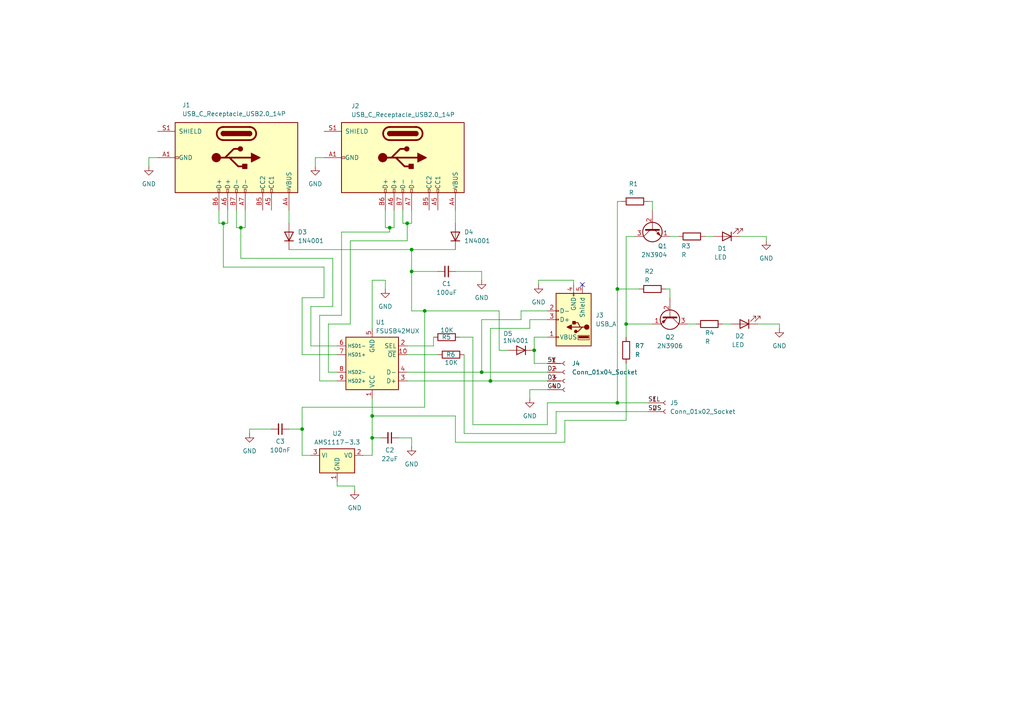
<source format=kicad_sch>
(kicad_sch (version 20231120) (generator "eeschema") (generator_version "8.0")
  (paper "A4")
  (lib_symbols
    (symbol "Connector:Conn_01x02_Socket" (pin_names (offset 1.016) hide)
      (property "Reference" "J" (at 0 2.54 0))
      (property "Value" "Conn_01x02_Socket" (at 0 -5.08 0))
      (symbol "Conn_01x02_Socket_1_1"
        (arc (start 0 -2.032) (mid -0.5058 -2.54) (end 0 -3.048) (stroke (width 0.1524)))
        (polyline (pts (xy -1.27 -2.54) (xy -0.508 -2.54)) (stroke (width 0.1524)))
        (polyline (pts (xy -1.27 0) (xy -0.508 0)) (stroke (width 0.1524)))
        (arc (start 0 0.508) (mid -0.5058 0) (end 0 -0.508) (stroke (width 0.1524)))
        (pin passive line (at -5.08 0 0) (length 3.81) (name "Pin_1") (number "1"))
        (pin passive line (at -5.08 -2.54 0) (length 3.81) (name "Pin_2") (number "2"))
      )
    )
    (symbol "Connector:Conn_01x04_Socket" (pin_names (offset 1.016) hide)
      (property "Reference" "J" (at 0 5.08 0))
      (property "Value" "Conn_01x04_Socket" (at 0 -7.62 0))
      (symbol "Conn_01x04_Socket_1_1"
        (arc (start 0 -4.572) (mid -0.5058 -5.08) (end 0 -5.588) (stroke (width 0.1524)))
        (arc (start 0 -2.032) (mid -0.5058 -2.54) (end 0 -3.048) (stroke (width 0.1524)))
        (polyline (pts (xy -1.27 -5.08) (xy -0.508 -5.08)) (stroke (width 0.1524)))
        (polyline (pts (xy -1.27 -2.54) (xy -0.508 -2.54)) (stroke (width 0.1524)))
        (polyline (pts (xy -1.27 0) (xy -0.508 0)) (stroke (width 0.1524)))
        (polyline (pts (xy -1.27 2.54) (xy -0.508 2.54)) (stroke (width 0.1524)))
        (arc (start 0 0.508) (mid -0.5058 0) (end 0 -0.508) (stroke (width 0.1524)))
        (arc (start 0 3.048) (mid -0.5058 2.54) (end 0 2.032) (stroke (width 0.1524)))
        (pin passive line (at -5.08 2.54 0) (length 3.81) (name "Pin_1") (number "1"))
        (pin passive line (at -5.08 0 0) (length 3.81) (name "Pin_2") (number "2"))
        (pin passive line (at -5.08 -2.54 0) (length 3.81) (name "Pin_3") (number "3"))
        (pin passive line (at -5.08 -5.08 0) (length 3.81) (name "Pin_4") (number "4"))
      )
    )
    (symbol "Connector:USB_A" (pin_names (offset 1.016))
      (property "Reference" "J" (at -5.08 11.43 0))
      (property "Value" "USB_A" (at -5.08 8.89 0))
      (symbol "USB_A_0_1"
        (rectangle (start -5.08 -7.62) (end 5.08 7.62) (stroke (width 0.254)) (fill (type background)))
        (circle (center -3.81 2.159) (radius 0.635) (stroke (width 0.254)) (fill (type outline)))
        (rectangle (start -1.524 4.826) (end -4.318 5.334) (fill (type outline)))
        (rectangle (start -1.27 4.572) (end -4.572 5.842))
        (circle (center -0.635 3.429) (radius 0.381) (stroke (width 0.254)) (fill (type outline)))
        (rectangle (start -0.127 -7.62) (end 0.127 -6.858))
        (polyline (pts (xy -3.175 2.159) (xy -2.54 2.159) (xy -1.27 3.429) (xy -0.635 3.429)) (stroke (width 0.254)))
        (polyline (pts (xy -2.54 2.159) (xy -1.905 2.159) (xy -1.27 0.889) (xy 0 0.889)) (stroke (width 0.254)))
        (polyline (pts (xy 0.635 2.794) (xy 0.635 1.524) (xy 1.905 2.159) (xy 0.635 2.794)) (stroke (width 0.254)) (fill (type outline)))
        (rectangle (start 0.254 1.27) (end -0.508 0.508) (stroke (width 0.254)) (fill (type outline)))
        (rectangle (start 5.08 -2.667) (end 4.318 -2.413))
        (rectangle (start 5.08 -0.127) (end 4.318 0.127))
        (rectangle (start 5.08 4.953) (end 4.318 5.207))
      )
      (symbol "USB_A_1_1"
        (polyline (pts (xy -1.905 2.159) (xy 0.635 2.159)) (stroke (width 0.254)))
        (pin power_in line (at 7.62 5.08 180) (length 2.54) (name "VBUS") (number "1"))
        (pin bidirectional line (at 7.62 -2.54 180) (length 2.54) (name "D-") (number "2"))
        (pin bidirectional line (at 7.62 0 180) (length 2.54) (name "D+") (number "3"))
        (pin power_in line (at 0 -10.16 90) (length 2.54) (name "GND") (number "4"))
        (pin passive line (at -2.54 -10.16 90) (length 2.54) (name "Shield") (number "5"))
      )
    )
    (symbol "Connector:USB_C_Receptacle_USB2.0_14P" (pin_names (offset 1.016))
      (property "Reference" "J" (at 0 22.225 0))
      (property "Value" "USB_C_Receptacle_USB2.0_14P" (at 0 19.685 0))
      (symbol "USB_C_Receptacle_USB2.0_14P_0_0"
        (rectangle (start -0.254 -17.78) (end 0.254 -16.764))
        (rectangle (start 10.16 -4.826) (end 9.144 -5.334))
        (rectangle (start 10.16 -2.286) (end 9.144 -2.794))
        (rectangle (start 10.16 0.254) (end 9.144 -0.254))
        (rectangle (start 10.16 2.794) (end 9.144 2.286))
        (rectangle (start 10.16 7.874) (end 9.144 7.366))
        (rectangle (start 10.16 10.414) (end 9.144 9.906))
        (rectangle (start 10.16 15.494) (end 9.144 14.986))
      )
      (symbol "USB_C_Receptacle_USB2.0_14P_0_1"
        (rectangle (start -10.16 17.78) (end 10.16 -17.78) (stroke (width 0.254)) (fill (type background)))
        (arc (start -8.89 -3.81) (mid -6.985 -5.7067) (end -5.08 -3.81) (stroke (width 0.508)))
        (arc (start -7.62 -3.81) (mid -6.985 -4.4423) (end -6.35 -3.81) (stroke (width 0.254)))
        (arc (start -7.62 -3.81) (mid -6.985 -4.4423) (end -6.35 -3.81) (stroke (width 0.254)) (fill (type outline)))
        (rectangle (start -7.62 -3.81) (end -6.35 3.81) (stroke (width 0.254)) (fill (type outline)))
        (arc (start -6.35 3.81) (mid -6.985 4.4423) (end -7.62 3.81) (stroke (width 0.254)))
        (arc (start -6.35 3.81) (mid -6.985 4.4423) (end -7.62 3.81) (stroke (width 0.254)) (fill (type outline)))
        (arc (start -5.08 3.81) (mid -6.985 5.7067) (end -8.89 3.81) (stroke (width 0.508)))
        (circle (center -2.54 1.143) (radius 0.635) (stroke (width 0.254)) (fill (type outline)))
        (circle (center 0 -5.842) (radius 1.27) (fill (type outline)))
        (polyline (pts (xy -8.89 -3.81) (xy -8.89 3.81)) (stroke (width 0.508)))
        (polyline (pts (xy -5.08 3.81) (xy -5.08 -3.81)) (stroke (width 0.508)))
        (polyline (pts (xy 0 -5.842) (xy 0 4.318)) (stroke (width 0.508)))
        (polyline (pts (xy 0 -3.302) (xy -2.54 -0.762) (xy -2.54 0.508)) (stroke (width 0.508)))
        (polyline (pts (xy 0 -2.032) (xy 2.54 0.508) (xy 2.54 1.778)) (stroke (width 0.508)))
        (polyline (pts (xy -1.27 4.318) (xy 0 6.858) (xy 1.27 4.318) (xy -1.27 4.318)) (stroke (width 0.254)) (fill (type outline)))
        (rectangle (start 1.905 1.778) (end 3.175 3.048) (stroke (width 0.254)) (fill (type outline)))
      )
      (symbol "USB_C_Receptacle_USB2.0_14P_1_1"
        (pin passive line (at 0 -22.86 90) (length 5.08) (name "GND") (number "A1"))
        (pin passive line (at 0 -22.86 90) (length 5.08) hide (name "GND") (number "A12"))
        (pin passive line (at 15.24 15.24 180) (length 5.08) (name "VBUS") (number "A4"))
        (pin bidirectional line (at 15.24 10.16 180) (length 5.08) (name "CC1") (number "A5"))
        (pin bidirectional line (at 15.24 -2.54 180) (length 5.08) (name "D+") (number "A6"))
        (pin bidirectional line (at 15.24 2.54 180) (length 5.08) (name "D-") (number "A7"))
        (pin passive line (at 15.24 15.24 180) (length 5.08) hide (name "VBUS") (number "A9"))
        (pin passive line (at 0 -22.86 90) (length 5.08) hide (name "GND") (number "B1"))
        (pin passive line (at 0 -22.86 90) (length 5.08) hide (name "GND") (number "B12"))
        (pin passive line (at 15.24 15.24 180) (length 5.08) hide (name "VBUS") (number "B4"))
        (pin bidirectional line (at 15.24 7.62 180) (length 5.08) (name "CC2") (number "B5"))
        (pin bidirectional line (at 15.24 -5.08 180) (length 5.08) (name "D+") (number "B6"))
        (pin bidirectional line (at 15.24 0 180) (length 5.08) (name "D-") (number "B7"))
        (pin passive line (at 15.24 15.24 180) (length 5.08) hide (name "VBUS") (number "B9"))
        (pin passive line (at -7.62 -22.86 90) (length 5.08) (name "SHIELD") (number "S1"))
      )
    )
    (symbol "Device:C_Small" (pin_numbers hide) (pin_names (offset 0.254) hide)
      (property "Reference" "C" (at 0.254 1.778 0))
      (property "Value" "C_Small" (at 0.254 -2.032 0))
      (symbol "C_Small_0_1"
        (polyline (pts (xy -1.524 -0.508) (xy 1.524 -0.508)) (stroke (width 0.3302)))
        (polyline (pts (xy -1.524 0.508) (xy 1.524 0.508)) (stroke (width 0.3048)))
      )
      (symbol "C_Small_1_1"
        (pin passive line (at 0 2.54 270) (length 2.032) (name "~") (number "1"))
        (pin passive line (at 0 -2.54 90) (length 2.032) (name "~") (number "2"))
      )
    )
    (symbol "Device:LED" (pin_numbers hide) (pin_names (offset 1.016) hide)
      (property "Reference" "D" (at 0 2.54 0))
      (property "Value" "LED" (at 0 -2.54 0))
      (symbol "LED_0_1"
        (polyline (pts (xy -1.27 -1.27) (xy -1.27 1.27)) (stroke (width 0.254)))
        (polyline (pts (xy -1.27 0) (xy 1.27 0)))
        (polyline (pts (xy 1.27 -1.27) (xy 1.27 1.27) (xy -1.27 0) (xy 1.27 -1.27)) (stroke (width 0.254)))
        (polyline (pts (xy -3.048 -0.762) (xy -4.572 -2.286) (xy -3.81 -2.286) (xy -4.572 -2.286) (xy -4.572 -1.524)))
        (polyline (pts (xy -1.778 -0.762) (xy -3.302 -2.286) (xy -2.54 -2.286) (xy -3.302 -2.286) (xy -3.302 -1.524)))
      )
      (symbol "LED_1_1"
        (pin passive line (at -3.81 0 0) (length 2.54) (name "K") (number "1"))
        (pin passive line (at 3.81 0 180) (length 2.54) (name "A") (number "2"))
      )
    )
    (symbol "Device:R" (pin_numbers hide) (pin_names (offset 0))
      (property "Reference" "R" (at 2.032 0 90))
      (property "Value" "R" (at 0 0 90))
      (symbol "R_0_1"
        (rectangle (start -1.016 -2.54) (end 1.016 2.54) (stroke (width 0.254)))
      )
      (symbol "R_1_1"
        (pin passive line (at 0 3.81 270) (length 1.27) (name "~") (number "1"))
        (pin passive line (at 0 -3.81 90) (length 1.27) (name "~") (number "2"))
      )
    )
    (symbol "Diode:1N4001" (pin_numbers hide) (pin_names hide)
      (property "Reference" "D" (at 0 2.54 0))
      (property "Value" "1N4001" (at 0 -2.54 0))
      (symbol "1N4001_0_1"
        (polyline (pts (xy -1.27 1.27) (xy -1.27 -1.27)) (stroke (width 0.254)))
        (polyline (pts (xy 1.27 0) (xy -1.27 0)))
        (polyline (pts (xy 1.27 1.27) (xy 1.27 -1.27) (xy -1.27 0) (xy 1.27 1.27)) (stroke (width 0.254)))
      )
      (symbol "1N4001_1_1"
        (pin passive line (at -3.81 0 0) (length 2.54) (name "K") (number "1"))
        (pin passive line (at 3.81 0 180) (length 2.54) (name "A") (number "2"))
      )
    )
    (symbol "Interface_USB:FSUSB42MUX"
      (property "Reference" "U" (at -6.35 8.89 0))
      (property "Value" "FSUSB42MUX" (at 7.62 8.89 0))
      (symbol "FSUSB42MUX_0_1"
        (rectangle (start 7.62 7.62) (end -7.62 -7.62) (stroke (width 0.254)) (fill (type background)))
      )
      (symbol "FSUSB42MUX_1_1"
        (pin power_in line (at 0 10.16 270) (length 2.54) (name "VCC") (number "1"))
        (pin input line (at -10.16 -2.54 0) (length 2.54) (name "~{OE}") (number "10"))
        (pin input line (at -10.16 -5.08 0) (length 2.54) (name "SEL") (number "2"))
        (pin bidirectional line (at -10.16 5.08 0) (length 2.54) (name "D+") (number "3"))
        (pin bidirectional line (at -10.16 2.54 0) (length 2.54) (name "D-") (number "4"))
        (pin power_in line (at 0 -10.16 90) (length 2.54) (name "GND") (number "5"))
        (pin bidirectional line (at 10.16 -5.08 180) (length 2.54) (name "HSD1-") (number "6"))
        (pin bidirectional line (at 10.16 -2.54 180) (length 2.54) (name "HSD1+") (number "7"))
        (pin bidirectional line (at 10.16 2.54 180) (length 2.54) (name "HSD2-") (number "8"))
        (pin bidirectional line (at 10.16 5.08 180) (length 2.54) (name "HSD2+") (number "9"))
      )
    )
    (symbol "Regulator_Linear:AMS1117-3.3"
      (property "Reference" "U" (at -3.81 3.175 0))
      (property "Value" "AMS1117-3.3" (at 0 3.175 0))
      (symbol "AMS1117-3.3_0_1"
        (rectangle (start -5.08 -5.08) (end 5.08 1.905) (stroke (width 0.254)) (fill (type background)))
      )
      (symbol "AMS1117-3.3_1_1"
        (pin power_in line (at 0 -7.62 90) (length 2.54) (name "GND") (number "1"))
        (pin power_out line (at 7.62 0 180) (length 2.54) (name "VO") (number "2"))
        (pin power_in line (at -7.62 0 0) (length 2.54) (name "VI") (number "3"))
      )
    )
    (symbol "Transistor_BJT:2N3904" (pin_names (offset 0) hide)
      (property "Reference" "Q" (at 5.08 1.905 0))
      (property "Value" "2N3904" (at 5.08 0 0))
      (symbol "2N3904_0_1"
        (polyline (pts (xy 0.635 0.635) (xy 2.54 2.54)))
        (polyline (pts (xy 0.635 -0.635) (xy 2.54 -2.54) (xy 2.54 -2.54)))
        (polyline (pts (xy 0.635 1.905) (xy 0.635 -1.905) (xy 0.635 -1.905)) (stroke (width 0.508)))
        (polyline (pts (xy 1.27 -1.778) (xy 1.778 -1.27) (xy 2.286 -2.286) (xy 1.27 -1.778) (xy 1.27 -1.778)) (fill (type outline)))
        (circle (center 1.27 0) (radius 2.8194) (stroke (width 0.254)))
      )
      (symbol "2N3904_1_1"
        (pin passive line (at 2.54 -5.08 90) (length 2.54) (name "E") (number "1"))
        (pin passive line (at -5.08 0 0) (length 5.715) (name "B") (number "2"))
        (pin passive line (at 2.54 5.08 270) (length 2.54) (name "C") (number "3"))
      )
    )
    (symbol "Transistor_BJT:2N3906" (pin_names (offset 0) hide)
      (property "Reference" "Q" (at 5.08 1.905 0))
      (property "Value" "2N3906" (at 5.08 0 0))
      (symbol "2N3906_0_1"
        (polyline (pts (xy 0.635 0.635) (xy 2.54 2.54)))
        (polyline (pts (xy 0.635 -0.635) (xy 2.54 -2.54) (xy 2.54 -2.54)))
        (polyline (pts (xy 0.635 1.905) (xy 0.635 -1.905) (xy 0.635 -1.905)) (stroke (width 0.508)))
        (polyline (pts (xy 2.286 -1.778) (xy 1.778 -2.286) (xy 1.27 -1.27) (xy 2.286 -1.778) (xy 2.286 -1.778)) (fill (type outline)))
        (circle (center 1.27 0) (radius 2.8194) (stroke (width 0.254)))
      )
      (symbol "2N3906_1_1"
        (pin passive line (at 2.54 -5.08 90) (length 2.54) (name "E") (number "1"))
        (pin input line (at -5.08 0 0) (length 5.715) (name "B") (number "2"))
        (pin passive line (at 2.54 5.08 270) (length 2.54) (name "C") (number "3"))
      )
    )
    (symbol "power:GND" (power) (pin_numbers hide) (pin_names (offset 0) hide)
      (property "Value" "GND" (at 0 -3.81 0))
      (symbol "GND_0_1"
        (polyline (pts (xy 0 0) (xy 0 -1.27) (xy 1.27 -1.27) (xy 0 -2.54) (xy -1.27 -1.27) (xy 0 -1.27)))
      )
      (symbol "GND_1_1"
        (pin power_in line (at 0 0 270) (length 0) (name "~") (number "1"))
      )
    )
  )
  (junction (at 69.85 66.04))
  (junction (at 87.63 124.46))
  (junction (at 142.24 110.49))
  (junction (at 107.95 120.65))
  (junction (at 64.77 64.77))
  (junction (at 107.95 127))
  (junction (at 181.61 93.98))
  (junction (at 119.38 78.74))
  (junction (at 179.07 116.84))
  (junction (at 118.11 64.77))
  (junction (at 113.03 66.04))
  (junction (at 123.19 90.17))
  (junction (at 139.7 107.95))
  (junction (at 154.94 101.6))
  (junction (at 119.38 72.39))
  (junction (at 179.07 83.82))
  (no_connect (at 168.91 82.55))
  (wire (pts (xy 193.04 83.82) (xy 194.31 83.82)))
  (wire (pts (xy 153.67 113.03) (xy 153.67 115.57)))
  (wire (pts (xy 118.11 64.77) (xy 119.38 64.77)))
  (wire (pts (xy 68.58 66.04) (xy 69.85 66.04)))
  (wire (pts (xy 87.63 86.36) (xy 87.63 102.87)))
  (wire (pts (xy 214.63 68.58) (xy 222.25 68.58)))
  (wire (pts (xy 92.71 110.49) (xy 97.79 110.49)))
  (wire (pts (xy 64.77 64.77) (xy 64.77 77.47)))
  (wire (pts (xy 87.63 124.46) (xy 87.63 118.11)))
  (wire (pts (xy 66.04 60.96) (xy 66.04 64.77)))
  (wire (pts (xy 179.07 58.42) (xy 180.34 58.42)))
  (wire (pts (xy 107.95 95.25) (xy 107.95 81.28)))
  (wire (pts (xy 161.29 119.38) (xy 187.96 119.38)))
  (wire (pts (xy 196.85 68.58) (xy 194.31 68.58)))
  (wire (pts (xy 132.08 78.74) (xy 139.7 78.74)))
  (wire (pts (xy 181.61 68.58) (xy 184.15 68.58)))
  (wire (pts (xy 123.19 118.11) (xy 123.19 90.17)))
  (wire (pts (xy 142.24 110.49) (xy 158.75 110.49)))
  (wire (pts (xy 179.07 83.82) (xy 179.07 116.84)))
  (wire (pts (xy 139.7 92.71) (xy 151.13 92.71)))
  (wire (pts (xy 189.23 58.42) (xy 189.23 60.96)))
  (wire (pts (xy 83.82 72.39) (xy 119.38 72.39)))
  (wire (pts (xy 64.77 77.47) (xy 93.98 77.47)))
  (wire (pts (xy 134.62 125.73) (xy 161.29 125.73)))
  (wire (pts (xy 119.38 60.96) (xy 119.38 64.77)))
  (wire (pts (xy 154.94 105.41) (xy 158.75 105.41)))
  (wire (pts (xy 99.06 67.31) (xy 99.06 91.44)))
  (wire (pts (xy 111.76 60.96) (xy 111.76 66.04)))
  (wire (pts (xy 194.31 83.82) (xy 194.31 86.36)))
  (wire (pts (xy 119.38 72.39) (xy 132.08 72.39)))
  (wire (pts (xy 153.67 95.25) (xy 153.67 92.71)))
  (wire (pts (xy 113.03 66.04) (xy 111.76 66.04)))
  (wire (pts (xy 132.08 120.65) (xy 107.95 120.65)))
  (wire (pts (xy 154.94 101.6) (xy 154.94 97.79)))
  (wire (pts (xy 83.82 124.46) (xy 87.63 124.46)))
  (wire (pts (xy 156.21 81.28) (xy 166.37 81.28)))
  (wire (pts (xy 71.12 60.96) (xy 71.12 66.04)))
  (wire (pts (xy 144.78 90.17) (xy 144.78 101.6)))
  (wire (pts (xy 125.73 97.79) (xy 125.73 100.33)))
  (wire (pts (xy 119.38 78.74) (xy 127 78.74)))
  (wire (pts (xy 119.38 72.39) (xy 119.38 78.74)))
  (wire (pts (xy 181.61 93.98) (xy 181.61 97.79)))
  (wire (pts (xy 118.11 110.49) (xy 142.24 110.49)))
  (wire (pts (xy 93.98 86.36) (xy 87.63 86.36)))
  (wire (pts (xy 97.79 140.97) (xy 102.87 140.97)))
  (wire (pts (xy 115.57 127) (xy 119.38 127)))
  (wire (pts (xy 87.63 102.87) (xy 97.79 102.87)))
  (wire (pts (xy 166.37 82.55) (xy 166.37 81.28)))
  (wire (pts (xy 154.94 101.6) (xy 154.94 105.41)))
  (wire (pts (xy 222.25 68.58) (xy 222.25 69.85)))
  (wire (pts (xy 118.11 69.85) (xy 101.6 69.85)))
  (wire (pts (xy 66.04 64.77) (xy 64.77 64.77)))
  (wire (pts (xy 119.38 90.17) (xy 123.19 90.17)))
  (wire (pts (xy 97.79 139.7) (xy 97.79 140.97)))
  (wire (pts (xy 69.85 66.04) (xy 69.85 74.93)))
  (wire (pts (xy 187.96 58.42) (xy 189.23 58.42)))
  (wire (pts (xy 199.39 93.98) (xy 201.93 93.98)))
  (wire (pts (xy 107.95 115.57) (xy 107.95 120.65)))
  (wire (pts (xy 119.38 127) (xy 119.38 129.54)))
  (wire (pts (xy 226.06 93.98) (xy 226.06 95.25)))
  (wire (pts (xy 113.03 67.31) (xy 99.06 67.31)))
  (wire (pts (xy 151.13 90.17) (xy 158.75 90.17)))
  (wire (pts (xy 114.3 66.04) (xy 113.03 66.04)))
  (wire (pts (xy 151.13 92.71) (xy 151.13 90.17)))
  (wire (pts (xy 93.98 45.72) (xy 91.44 45.72)))
  (wire (pts (xy 139.7 92.71) (xy 139.7 107.95)))
  (wire (pts (xy 207.01 68.58) (xy 204.47 68.58)))
  (wire (pts (xy 181.61 68.58) (xy 181.61 93.98)))
  (wire (pts (xy 114.3 60.96) (xy 114.3 66.04)))
  (wire (pts (xy 156.21 81.28) (xy 156.21 82.55)))
  (wire (pts (xy 105.41 132.08) (xy 107.95 132.08)))
  (wire (pts (xy 219.71 93.98) (xy 226.06 93.98)))
  (wire (pts (xy 137.16 123.19) (xy 137.16 97.79)))
  (wire (pts (xy 132.08 60.96) (xy 132.08 64.77)))
  (wire (pts (xy 116.84 64.77) (xy 118.11 64.77)))
  (wire (pts (xy 181.61 105.41) (xy 181.61 121.92)))
  (wire (pts (xy 181.61 121.92) (xy 163.83 121.92)))
  (wire (pts (xy 93.98 77.47) (xy 93.98 86.36)))
  (wire (pts (xy 96.52 88.9) (xy 90.17 88.9)))
  (wire (pts (xy 137.16 97.79) (xy 133.35 97.79)))
  (wire (pts (xy 144.78 101.6) (xy 147.32 101.6)))
  (wire (pts (xy 87.63 132.08) (xy 87.63 124.46)))
  (wire (pts (xy 96.52 74.93) (xy 96.52 88.9)))
  (wire (pts (xy 161.29 125.73) (xy 161.29 119.38)))
  (wire (pts (xy 179.07 116.84) (xy 158.75 116.84)))
  (wire (pts (xy 69.85 66.04) (xy 71.12 66.04)))
  (wire (pts (xy 101.6 69.85) (xy 101.6 93.98)))
  (wire (pts (xy 87.63 118.11) (xy 123.19 118.11)))
  (wire (pts (xy 107.95 81.28) (xy 111.76 81.28)))
  (wire (pts (xy 92.71 91.44) (xy 92.71 110.49)))
  (wire (pts (xy 68.58 60.96) (xy 68.58 66.04)))
  (wire (pts (xy 154.94 97.79) (xy 158.75 97.79)))
  (wire (pts (xy 107.95 127) (xy 110.49 127)))
  (wire (pts (xy 45.72 45.72) (xy 43.18 45.72)))
  (wire (pts (xy 72.39 124.46) (xy 78.74 124.46)))
  (wire (pts (xy 116.84 60.96) (xy 116.84 64.77)))
  (wire (pts (xy 209.55 93.98) (xy 212.09 93.98)))
  (wire (pts (xy 99.06 91.44) (xy 92.71 91.44)))
  (wire (pts (xy 139.7 78.74) (xy 139.7 81.28)))
  (wire (pts (xy 123.19 90.17) (xy 144.78 90.17)))
  (wire (pts (xy 90.17 132.08) (xy 87.63 132.08)))
  (wire (pts (xy 90.17 88.9) (xy 90.17 100.33)))
  (wire (pts (xy 95.25 107.95) (xy 97.79 107.95)))
  (wire (pts (xy 158.75 123.19) (xy 137.16 123.19)))
  (wire (pts (xy 139.7 107.95) (xy 158.75 107.95)))
  (wire (pts (xy 107.95 120.65) (xy 107.95 127)))
  (wire (pts (xy 153.67 92.71) (xy 158.75 92.71)))
  (wire (pts (xy 142.24 110.49) (xy 142.24 95.25)))
  (wire (pts (xy 63.5 64.77) (xy 63.5 60.96)))
  (wire (pts (xy 134.62 102.87) (xy 134.62 125.73)))
  (wire (pts (xy 90.17 100.33) (xy 97.79 100.33)))
  (wire (pts (xy 43.18 45.72) (xy 43.18 48.26)))
  (wire (pts (xy 181.61 93.98) (xy 189.23 93.98)))
  (wire (pts (xy 158.75 113.03) (xy 153.67 113.03)))
  (wire (pts (xy 107.95 127) (xy 107.95 132.08)))
  (wire (pts (xy 158.75 116.84) (xy 158.75 123.19)))
  (wire (pts (xy 118.11 100.33) (xy 125.73 100.33)))
  (wire (pts (xy 163.83 121.92) (xy 163.83 128.27)))
  (wire (pts (xy 142.24 95.25) (xy 153.67 95.25)))
  (wire (pts (xy 101.6 93.98) (xy 95.25 93.98)))
  (wire (pts (xy 179.07 83.82) (xy 185.42 83.82)))
  (wire (pts (xy 118.11 64.77) (xy 118.11 69.85)))
  (wire (pts (xy 113.03 66.04) (xy 113.03 67.31)))
  (wire (pts (xy 64.77 64.77) (xy 63.5 64.77)))
  (wire (pts (xy 95.25 93.98) (xy 95.25 107.95)))
  (wire (pts (xy 118.11 107.95) (xy 139.7 107.95)))
  (wire (pts (xy 91.44 45.72) (xy 91.44 48.26)))
  (wire (pts (xy 111.76 81.28) (xy 111.76 83.82)))
  (wire (pts (xy 83.82 60.96) (xy 83.82 64.77)))
  (wire (pts (xy 179.07 116.84) (xy 187.96 116.84)))
  (wire (pts (xy 102.87 140.97) (xy 102.87 142.24)))
  (wire (pts (xy 69.85 74.93) (xy 96.52 74.93)))
  (wire (pts (xy 132.08 128.27) (xy 132.08 120.65)))
  (wire (pts (xy 72.39 125.73) (xy 72.39 124.46)))
  (wire (pts (xy 119.38 78.74) (xy 119.38 90.17)))
  (wire (pts (xy 179.07 58.42) (xy 179.07 83.82)))
  (wire (pts (xy 163.83 128.27) (xy 132.08 128.27)))
  (wire (pts (xy 118.11 102.87) (xy 127 102.87)))
  (label "GND" (at 158.75 113.03 0))
  (label "D+" (at 158.75 110.49 0))
  (label "D-" (at 158.75 107.95 0))
  (label "SUS" (at 187.96 119.38 0))
  (label "SEL" (at 187.96 116.84 0))
  (label "5V" (at 158.75 105.41 0))
  (symbol (lib_id "power:GND") (at 226.06 95.25 0) (unit 1)
    (property "Reference" "#PWR09" (effects (hide yes)))
    (property "Value" "GND" (at 226.06 100.33 0))
    (property "Description" "Power symbol creates a global label with name \"GND\" , ground" (effects (hide yes)))
  )
  (symbol (lib_id "Diode:1N4001") (at 83.82 68.58 90) (unit 1)
    (property "Reference" "D3" (at 86.36 67.3099 90) (effects (justify right)))
    (property "Value" "1N4001" (at 86.36 69.8499 90) (effects (justify right)))
    (property "Footprint" "Diode_THT:D_DO-41_SOD81_P10.16mm_Horizontal" (effects (hide yes)))
    (property "Datasheet" "http://www.vishay.com/docs/88503/1n4001.pdf" (effects (hide yes)))
    (property "Description" "50V 1A General Purpose Rectifier Diode, DO-41" (effects (hide yes)))
    (property "Sim.Device" "D" (effects (hide yes)))
    (property "Sim.Pins" "1=K 2=A" (effects (hide yes)))
  )
  (symbol (lib_id "Device:LED") (at 210.82 68.58 180) (unit 1)
    (property "Reference" "D1" (at 210.82 72.0724 0) (effects (justify left)))
    (property "Value" "LED" (at 210.82 74.6124 0) (effects (justify left)))
    (property "Description" "Light emitting diode" (effects (hide yes)))
  )
  (symbol (lib_id "Device:R") (at 184.15 58.42 270) (unit 1)
    (property "Reference" "R1" (at 182.372 53.34 90) (effects (justify left)))
    (property "Value" "R" (at 182.372 55.88 90) (effects (justify left)))
    (property "Description" "Resistor" (effects (hide yes)))
  )
  (symbol (lib_id "power:GND") (at 119.38 129.54 0) (mirror y) (unit 1)
    (property "Reference" "#PWR02" (effects (hide yes)))
    (property "Value" "GND" (at 119.38 134.62 0))
    (property "Description" "Power symbol creates a global label with name \"GND\" , ground" (effects (hide yes)))
  )
  (symbol (lib_id "Device:R") (at 205.74 93.98 270) (unit 1)
    (property "Reference" "R4" (at 204.47 96.5199 90) (effects (justify left)))
    (property "Value" "R" (at 204.47 99.0599 90) (effects (justify left)))
    (property "Description" "Resistor" (effects (hide yes)))
  )
  (symbol (lib_id "Connector:Conn_01x02_Socket") (at 193.04 116.84 0) (unit 1)
    (property "Reference" "J5" (at 194.31 116.8399 0) (effects (justify left)))
    (property "Value" "Conn_01x02_Socket" (at 194.31 119.3799 0) (effects (justify left)))
    (property "Description" "Generic connector, single row, 01x02, script generated" (effects (hide yes)))
  )
  (symbol (lib_id "Interface_USB:FSUSB42MUX") (at 107.95 105.41 180) (unit 1)
    (property "Reference" "U1" (at 108.966 93.472 0) (effects (justify right)))
    (property "Value" "FSUSB42MUX" (at 108.966 96.012 0) (effects (justify right)))
    (property "Footprint" "Package_SO:MSOP-10_3x3mm_P0.5mm" (effects (hide yes)))
    (property "Datasheet" "https://www.onsemi.com/pub/Collateral/FSUSB42-D.PDF" (effects (hide yes)))
    (property "Description" "Low-Power, Two-Port, High-Speed, USB2.0 (480Mbps) or UART Switch, MSOP-10" (effects (hide yes)))
  )
  (symbol (lib_id "power:GND") (at 91.44 48.26 0) (unit 1)
    (property "Reference" "#PWR011" (effects (hide yes)))
    (property "Value" "GND" (at 91.44 53.34 0))
    (property "Description" "Power symbol creates a global label with name \"GND\" , ground" (effects (hide yes)))
  )
  (symbol (lib_id "Device:R") (at 129.54 97.79 90) (unit 1)
    (property "Reference" "R5" (at 130.81 97.79 90) (effects (justify left)))
    (property "Value" "10K" (at 131.572 95.758 90) (effects (justify left)))
    (property "Description" "Resistor" (effects (hide yes)))
  )
  (symbol (lib_id "Device:R") (at 130.81 102.87 90) (unit 1)
    (property "Reference" "R6" (at 132.08 102.87 90) (effects (justify left)))
    (property "Value" "10K" (at 132.842 105.156 90) (effects (justify left)))
    (property "Description" "Resistor" (effects (hide yes)))
  )
  (symbol (lib_id "Device:R") (at 181.61 101.6 0) (unit 1)
    (property "Reference" "R7" (at 184.15 100.3299 0) (effects (justify left)))
    (property "Value" "R" (at 184.15 102.8699 0) (effects (justify left)))
    (property "Description" "Resistor" (effects (hide yes)))
  )
  (symbol (lib_id "power:GND") (at 156.21 82.55 0) (unit 1)
    (property "Reference" "#PWR04" (effects (hide yes)))
    (property "Value" "GND" (at 156.21 87.63 0))
    (property "Description" "Power symbol creates a global label with name \"GND\" , ground" (effects (hide yes)))
  )
  (symbol (lib_id "Device:C_Small") (at 129.54 78.74 90) (unit 1)
    (property "Reference" "C1" (at 129.54 82.296 90))
    (property "Value" "100uF" (at 129.54 84.836 90))
    (property "Description" "Unpolarized capacitor, small symbol" (effects (hide yes)))
  )
  (symbol (lib_id "Connector:USB_A") (at 166.37 92.71 180) (unit 1)
    (property "Reference" "J3" (at 172.72 91.4399 0) (effects (justify right)))
    (property "Value" "USB_A" (at 172.72 93.9799 0) (effects (justify right)))
    (property "Datasheet" " ~" (effects (hide yes)))
    (property "Description" "USB Type A connector" (effects (hide yes)))
  )
  (symbol (lib_id "Device:LED") (at 215.9 93.98 180) (unit 1)
    (property "Reference" "D2" (at 215.9 97.4724 0) (effects (justify left)))
    (property "Value" "LED" (at 215.9 100.0124 0) (effects (justify left)))
    (property "Description" "Light emitting diode" (effects (hide yes)))
  )
  (symbol (lib_id "Regulator_Linear:AMS1117-3.3") (at 97.79 132.08 0) (unit 1)
    (property "Reference" "U2" (at 97.79 125.73 0))
    (property "Value" "AMS1117-3.3" (at 97.79 128.27 0))
    (property "Footprint" "Package_TO_SOT_SMD:SOT-223-3_TabPin2" (effects (hide yes)))
    (property "Datasheet" "http://www.advanced-monolithic.com/pdf/ds1117.pdf" (effects (hide yes)))
    (property "Description" "1A Low Dropout regulator, positive, 3.3V fixed output, SOT-223" (effects (hide yes)))
  )
  (symbol (lib_id "power:GND") (at 43.18 48.26 0) (unit 1)
    (property "Reference" "#PWR010" (effects (hide yes)))
    (property "Value" "GND" (at 43.18 53.34 0))
    (property "Description" "Power symbol creates a global label with name \"GND\" , ground" (effects (hide yes)))
  )
  (symbol (lib_id "Transistor_BJT:2N3906") (at 194.31 91.44 270) (unit 1)
    (property "Reference" "Q2" (at 194.31 97.79 90))
    (property "Value" "2N3906" (at 194.31 100.33 90))
    (property "Footprint" "Package_TO_SOT_THT:TO-92_Inline" (effects (hide yes)))
    (property "Datasheet" "https://www.onsemi.com/pub/Collateral/2N3906-D.PDF" (effects (hide yes)))
    (property "Description" "-0.2A Ic, -40V Vce, Small Signal PNP Transistor, TO-92" (effects (hide yes)))
  )
  (symbol (lib_id "Device:C_Small") (at 81.28 124.46 270) (mirror x) (unit 1)
    (property "Reference" "C3" (at 81.28 128.016 90))
    (property "Value" "100nF" (at 81.28 130.556 90))
    (property "Description" "Unpolarized capacitor, small symbol" (effects (hide yes)))
  )
  (symbol (lib_id "power:GND") (at 153.67 115.57 0) (unit 1)
    (property "Reference" "#PWR06" (effects (hide yes)))
    (property "Value" "GND" (at 153.67 120.65 0))
    (property "Description" "Power symbol creates a global label with name \"GND\" , ground" (effects (hide yes)))
  )
  (symbol (lib_id "Diode:1N4001") (at 151.13 101.6 180) (unit 1)
    (property "Reference" "D5" (at 147.32 96.774 0))
    (property "Value" "1N4001" (at 149.606 98.806 0))
    (property "Footprint" "Diode_THT:D_DO-41_SOD81_P10.16mm_Horizontal" (effects (hide yes)))
    (property "Datasheet" "http://www.vishay.com/docs/88503/1n4001.pdf" (effects (hide yes)))
    (property "Description" "50V 1A General Purpose Rectifier Diode, DO-41" (effects (hide yes)))
    (property "Sim.Device" "D" (effects (hide yes)))
    (property "Sim.Pins" "1=K 2=A" (effects (hide yes)))
  )
  (symbol (lib_id "Device:C_Small") (at 113.03 127 270) (mirror x) (unit 1)
    (property "Reference" "C2" (at 113.03 130.556 90))
    (property "Value" "22uF" (at 113.03 133.096 90))
    (property "Description" "Unpolarized capacitor, small symbol" (effects (hide yes)))
  )
  (symbol (lib_id "power:GND") (at 102.87 142.24 0) (mirror y) (unit 1)
    (property "Reference" "#PWR03" (effects (hide yes)))
    (property "Value" "GND" (at 102.87 147.32 0))
    (property "Description" "Power symbol creates a global label with name \"GND\" , ground" (effects (hide yes)))
  )
  (symbol (lib_id "power:GND") (at 72.39 125.73 0) (unit 1)
    (property "Reference" "#PWR05" (effects (hide yes)))
    (property "Value" "GND" (at 72.39 130.81 0))
    (property "Description" "Power symbol creates a global label with name \"GND\" , ground" (effects (hide yes)))
  )
  (symbol (lib_id "Diode:1N4001") (at 132.08 68.58 90) (unit 1)
    (property "Reference" "D4" (at 134.62 67.3099 90) (effects (justify right)))
    (property "Value" "1N4001" (at 134.62 69.8499 90) (effects (justify right)))
    (property "Footprint" "Diode_THT:D_DO-41_SOD81_P10.16mm_Horizontal" (effects (hide yes)))
    (property "Datasheet" "http://www.vishay.com/docs/88503/1n4001.pdf" (effects (hide yes)))
    (property "Description" "50V 1A General Purpose Rectifier Diode, DO-41" (effects (hide yes)))
    (property "Sim.Device" "D" (effects (hide yes)))
    (property "Sim.Pins" "1=K 2=A" (effects (hide yes)))
  )
  (symbol (lib_id "power:GND") (at 111.76 83.82 0) (unit 1)
    (property "Reference" "#PWR07" (effects (hide yes)))
    (property "Value" "GND" (at 111.76 88.9 0))
    (property "Description" "Power symbol creates a global label with name \"GND\" , ground" (effects (hide yes)))
  )
  (symbol (lib_id "Connector:Conn_01x04_Socket") (at 163.83 107.95 0) (unit 1)
    (property "Reference" "J4" (at 165.862 105.41 0) (effects (justify left)))
    (property "Value" "Conn_01x04_Socket" (at 165.862 107.95 0) (effects (justify left)))
    (property "Description" "Generic connector, single row, 01x04, script generated" (effects (hide yes)))
  )
  (symbol (lib_id "Device:R") (at 200.66 68.58 270) (unit 1)
    (property "Reference" "R3" (at 197.612 71.374 90) (effects (justify left)))
    (property "Value" "R" (at 197.612 73.914 90) (effects (justify left)))
    (property "Description" "Resistor" (effects (hide yes)))
  )
  (symbol (lib_id "Transistor_BJT:2N3904") (at 189.23 66.04 90) (mirror x) (unit 1)
    (property "Reference" "Q1" (at 193.548 71.374 90) (effects (justify left)))
    (property "Value" "2N3904" (at 193.548 73.914 90) (effects (justify left)))
    (property "Footprint" "Package_TO_SOT_THT:TO-92_Inline" (effects (hide yes)))
    (property "Datasheet" "https://www.onsemi.com/pub/Collateral/2N3903-D.PDF" (effects (hide yes)))
    (property "Description" "0.2A Ic, 40V Vce, Small Signal NPN Transistor, TO-92" (effects (hide yes)))
  )
  (symbol (lib_id "power:GND") (at 222.25 69.85 0) (unit 1)
    (property "Reference" "#PWR08" (effects (hide yes)))
    (property "Value" "GND" (at 222.25 74.93 0))
    (property "Description" "Power symbol creates a global label with name \"GND\" , ground" (effects (hide yes)))
  )
  (symbol (lib_id "Connector:USB_C_Receptacle_USB2.0_14P") (at 68.58 45.72 270) (unit 1)
    (property "Reference" "J1" (at 52.832 30.48 90) (effects (justify left)))
    (property "Value" "USB_C_Receptacle_USB2.0_14P" (at 52.832 33.02 90) (effects (justify left)))
    (property "Datasheet" "https://www.usb.org/sites/default/files/documents/usb_type-c.zip" (effects (hide yes)))
    (property "Description" "USB 2.0-only 14P Type-C Receptacle connector" (effects (hide yes)))
  )
  (symbol (lib_id "Connector:USB_C_Receptacle_USB2.0_14P") (at 116.84 45.72 270) (unit 1)
    (property "Reference" "J2" (at 101.854 30.734 90) (effects (justify left)))
    (property "Value" "USB_C_Receptacle_USB2.0_14P" (at 101.854 33.274 90) (effects (justify left)))
    (property "Datasheet" "https://www.usb.org/sites/default/files/documents/usb_type-c.zip" (effects (hide yes)))
    (property "Description" "USB 2.0-only 14P Type-C Receptacle connector" (effects (hide yes)))
  )
  (symbol (lib_id "power:GND") (at 139.7 81.28 0) (unit 1)
    (property "Reference" "#PWR01" (effects (hide yes)))
    (property "Value" "GND" (at 139.7 86.36 0))
    (property "Description" "Power symbol creates a global label with name \"GND\" , ground" (effects (hide yes)))
  )
  (symbol (lib_id "Device:R") (at 189.23 83.82 270) (unit 1)
    (property "Reference" "R2" (at 186.944 78.74 90) (effects (justify left)))
    (property "Value" "R" (at 186.944 81.28 90) (effects (justify left)))
    (property "Description" "Resistor" (effects (hide yes)))
  )
)
</source>
